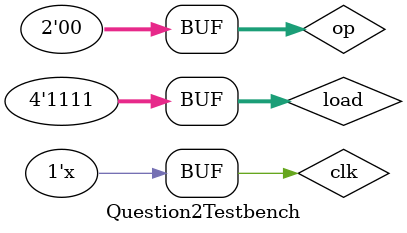
<source format=v>
`timescale 1ns / 1ps



module Question2Testbench;

        reg [3:0] load;
        reg [1:0] op;
        reg clk;
        wire [3:0] count;

        UpDownCounter uut(

            .load(load),
            .op(op),
            .clk(clk),
            .count(count)

        );

        always
            #5 clk = ~clk;

        initial begin
            
            // init the clk
            clk = 0; 
            // load 2 into the counter
            load = 4'd2; op = 2'b11; #10
            // count down
            op = 2'b10; #10
            // count up
            op = 2'b01; #10
            // count up again
            op = 2'b01; #10
            // count up one more time
            op = 2'b01; #10
            // do nothing
            op = 2'b00; #10
            // load 15 into the counter
            load = 4'd15; op = 2'b11; #10
            // count up (overflow)
            op = 2'b01; #10
            // count down (underflow)
            op = 2'b10; #10
            // do nothing for the last cycle
            op = 2'b00;


        end


endmodule

</source>
